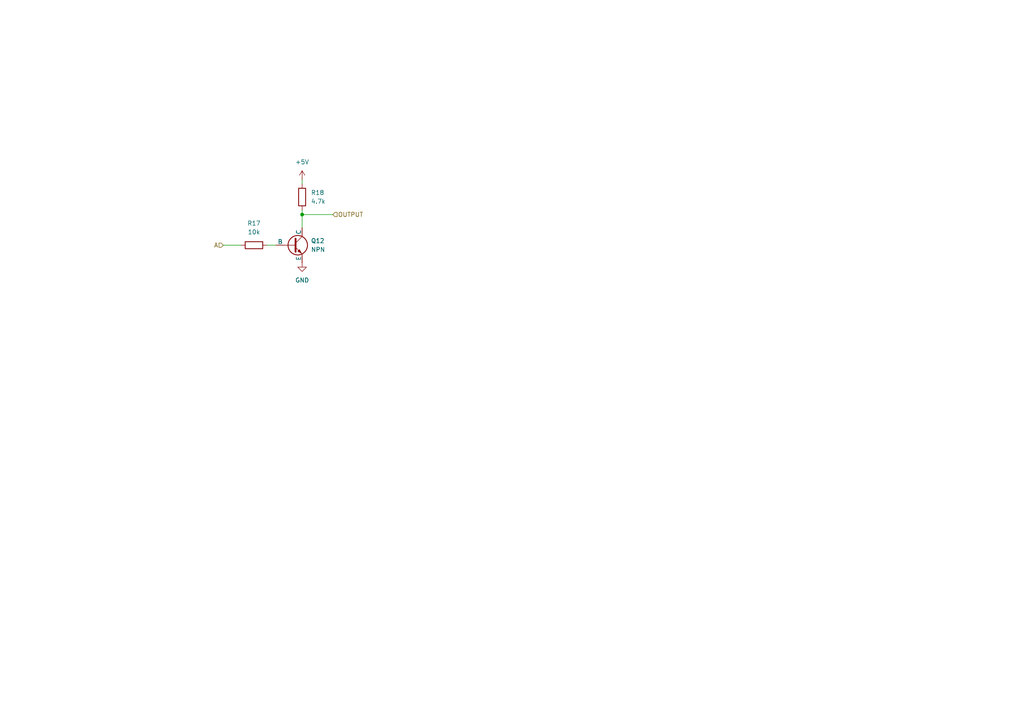
<source format=kicad_sch>
(kicad_sch (version 20231120) (generator "eeschema") (generator_version "8.0")
  (paper "A4")
  (lib_symbols
    (symbol "Device:R" (pin_numbers hide) (pin_names (offset 0))
      (property "Reference" "R" (at 2.032 0 90))
      (property "Value" "R" (at 0 0 90))
      (symbol "R_0_1"
        (rectangle (start -1.016 -2.54) (end 1.016 2.54) (stroke (width 0.254)))
      )
      (symbol "R_1_1"
        (pin passive line (at 0 3.81 270) (length 1.27) (name "~") (number "1"))
        (pin passive line (at 0 -3.81 90) (length 1.27) (name "~") (number "2"))
      )
    )
    (symbol "Simulation_SPICE:NPN" (pin_numbers hide) (pin_names (offset 0))
      (property "Reference" "Q" (at -2.54 7.62 0))
      (property "Value" "NPN" (at -2.54 5.08 0))
      (symbol "NPN_0_1"
        (polyline (pts (xy -2.54 0) (xy 0.635 0)) (stroke (width 0.1524)))
        (polyline (pts (xy 0.635 0.635) (xy 2.54 2.54)))
        (polyline (pts (xy 2.794 -1.27) (xy 2.794 -1.27)) (stroke (width 0.1524)))
        (polyline (pts (xy 2.794 -1.27) (xy 2.794 -1.27)) (stroke (width 0.1524)))
        (polyline (pts (xy 0.635 -0.635) (xy 2.54 -2.54) (xy 2.54 -2.54)))
        (polyline (pts (xy 0.635 1.905) (xy 0.635 -1.905) (xy 0.635 -1.905)) (stroke (width 0.508)))
        (polyline (pts (xy 1.27 -1.778) (xy 1.778 -1.27) (xy 2.286 -2.286) (xy 1.27 -1.778) (xy 1.27 -1.778)) (fill (type outline)))
        (circle (center 1.27 0) (radius 2.8194) (stroke (width 0.254)))
      )
      (symbol "NPN_1_1"
        (pin open_collector line (at 2.54 5.08 270) (length 2.54) (name "C") (number "1"))
        (pin input line (at -5.08 0 0) (length 2.54) (name "B") (number "2"))
        (pin open_emitter line (at 2.54 -5.08 90) (length 2.54) (name "E") (number "3"))
      )
    )
    (symbol "power:+5V" (power) (pin_numbers hide) (pin_names (offset 0) hide)
      (property "Value" "+5V" (at 0 3.556 0))
      (symbol "+5V_0_1"
        (polyline (pts (xy -0.762 1.27) (xy 0 2.54)))
        (polyline (pts (xy 0 0) (xy 0 2.54)))
        (polyline (pts (xy 0 2.54) (xy 0.762 1.27)))
      )
      (symbol "+5V_1_1"
        (pin power_in line (at 0 0 90) (length 0) (name "~") (number "1"))
      )
    )
    (symbol "power:GND" (power) (pin_numbers hide) (pin_names (offset 0) hide)
      (property "Value" "GND" (at 0 -3.81 0))
      (symbol "GND_0_1"
        (polyline (pts (xy 0 0) (xy 0 -1.27) (xy 1.27 -1.27) (xy 0 -2.54) (xy -1.27 -1.27) (xy 0 -1.27)))
      )
      (symbol "GND_1_1"
        (pin power_in line (at 0 0 270) (length 0) (name "~") (number "1"))
      )
    )
  )
  (junction (at 87.63 62.23))
  (wire (pts (xy 64.77 71.12) (xy 69.85 71.12)))
  (wire (pts (xy 77.47 71.12) (xy 80.01 71.12)))
  (wire (pts (xy 87.63 60.96) (xy 87.63 62.23)))
  (wire (pts (xy 87.63 52.07) (xy 87.63 53.34)))
  (wire (pts (xy 87.63 62.23) (xy 87.63 66.04)))
  (wire (pts (xy 87.63 62.23) (xy 96.52 62.23)))
  (hierarchical_label "A" (shape input) (at 64.77 71.12 180))
  (hierarchical_label "OUTPUT" (shape input) (at 96.52 62.23 0))
  (symbol (lib_id "power:+5V") (at 87.63 52.07 0) (unit 1)
    (property "Reference" "#PWR0112" (effects (hide yes)))
    (property "Value" "+5V" (at 87.63 46.99 0))
    (property "Description" "Power symbol creates a global label with name \"+5V\"" (effects (hide yes)))
    (instances (project "register" (path "" (reference "#PWR0112") (unit 1)) (path "" (reference "#PWR0102") (unit 1)) (path "" (reference "#PWR0132") (unit 1)) (path "" (reference "#PWR0122") (unit 1))) (project "control-unit" (path "" (reference "#PWR025") (unit 1)) (path "" (reference "#PWR031") (unit 1)) (path "" (reference "#PWR027") (unit 1)) (path "" (reference "#PWR098") (unit 1)) (path "" (reference "#PWR088") (unit 1)) (path "" (reference "#PWR029") (unit 1)) (path "" (reference "#PWR0118") (unit 1)) (path "" (reference "#PWR0116") (unit 1))))
  )
  (symbol (lib_id "Device:R") (at 73.66 71.12 90) (unit 1)
    (property "Reference" "R17" (at 73.66 64.77 90))
    (property "Value" "10k" (at 73.66 67.31 90))
    (property "Description" "Resistor" (effects (hide yes)))
    (instances (project "register" (path "" (reference "R17") (unit 1)) (path "" (reference "R1") (unit 1)) (path "" (reference "R49") (unit 1)) (path "" (reference "R33") (unit 1))) (project "control-unit" (path "" (reference "R25") (unit 1)) (path "" (reference "R31") (unit 1)) (path "" (reference "R27") (unit 1)) (path "" (reference "R108") (unit 1)) (path "" (reference "R98") (unit 1)) (path "" (reference "R29") (unit 1)) (path "" (reference "R128") (unit 1)) (path "" (reference "R126") (unit 1))))
  )
  (symbol (lib_id "Device:R") (at 87.63 57.15 180) (unit 1)
    (property "Reference" "R18" (at 90.17 55.8799 0) (effects (justify right)))
    (property "Value" "4.7k" (at 90.17 58.4199 0) (effects (justify right)))
    (property "Description" "Resistor" (effects (hide yes)))
    (instances (project "register" (path "" (reference "R18") (unit 1)) (path "" (reference "R2") (unit 1)) (path "" (reference "R50") (unit 1)) (path "" (reference "R34") (unit 1))) (project "control-unit" (path "" (reference "R26") (unit 1)) (path "" (reference "R32") (unit 1)) (path "" (reference "R28") (unit 1)) (path "" (reference "R109") (unit 1)) (path "" (reference "R99") (unit 1)) (path "" (reference "R30") (unit 1)) (path "" (reference "R129") (unit 1)) (path "" (reference "R127") (unit 1))))
  )
  (symbol (lib_id "power:GND") (at 87.63 76.2 0) (unit 1)
    (property "Reference" "#PWR0111" (effects (hide yes)))
    (property "Value" "GND" (at 87.63 81.28 0))
    (property "Description" "Power symbol creates a global label with name \"GND\" , ground" (effects (hide yes)))
    (instances (project "register" (path "" (reference "#PWR0111") (unit 1)) (path "" (reference "#PWR0101") (unit 1)) (path "" (reference "#PWR0131") (unit 1)) (path "" (reference "#PWR0121") (unit 1))) (project "control-unit" (path "" (reference "#PWR026") (unit 1)) (path "" (reference "#PWR032") (unit 1)) (path "" (reference "#PWR028") (unit 1)) (path "" (reference "#PWR099") (unit 1)) (path "" (reference "#PWR089") (unit 1)) (path "" (reference "#PWR030") (unit 1)) (path "" (reference "#PWR0119") (unit 1)) (path "" (reference "#PWR0117") (unit 1))))
  )
  (symbol (lib_id "Simulation_SPICE:NPN") (at 85.09 71.12 0) (unit 1)
    (property "Reference" "Q12" (at 90.17 69.8499 0) (effects (justify left)))
    (property "Value" "NPN" (at 90.17 72.3899 0) (effects (justify left)))
    (property "Datasheet" "https://ngspice.sourceforge.io/docs/ngspice-html-manual/manual.xhtml#cha_BJTs" (effects (hide yes)))
    (property "Description" "Bipolar transistor symbol for simulation only, substrate tied to the emitter" (effects (hide yes)))
    (property "Sim.Device" "NPN" (effects (hide yes)))
    (property "Sim.Type" "GUMMELPOON" (effects (hide yes)))
    (property "Sim.Pins" "1=C 2=B 3=E" (effects (hide yes)))
    (instances (project "register" (path "" (reference "Q12") (unit 1)) (path "" (reference "Q1") (unit 1)) (path "" (reference "Q34") (unit 1)) (path "" (reference "Q23") (unit 1))) (project "control-unit" (path "" (reference "Q20") (unit 1)) (path "" (reference "Q23") (unit 1)) (path "" (reference "Q21") (unit 1)) (path "" (reference "Q83") (unit 1)) (path "" (reference "Q76") (unit 1)) (path "" (reference "Q22") (unit 1)) (path "" (reference "Q97") (unit 1)) (path "" (reference "Q96") (unit 1))))
  )
)
</source>
